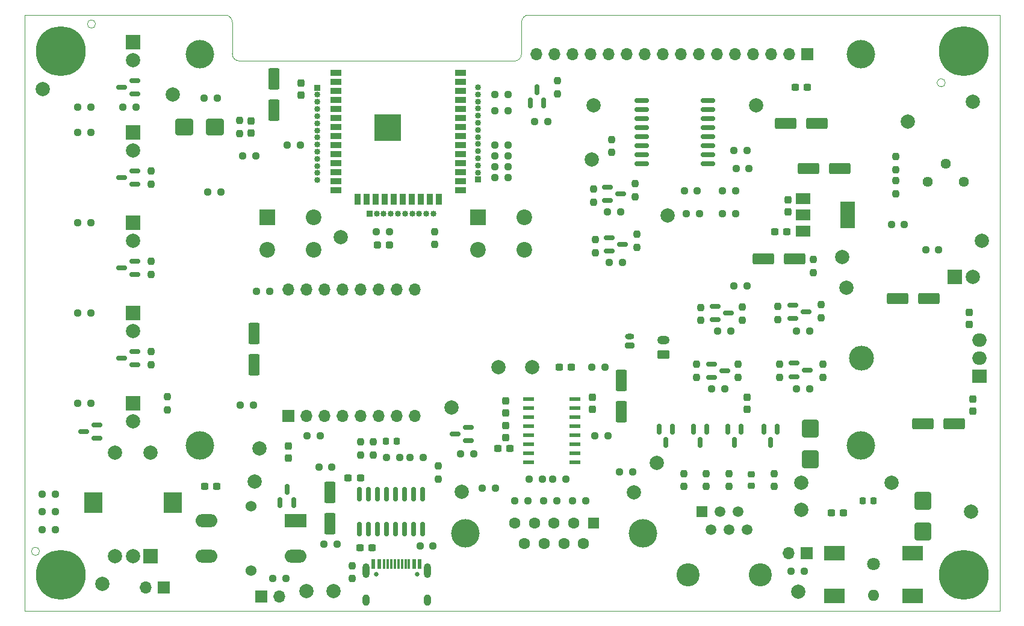
<source format=gbr>
%TF.GenerationSoftware,KiCad,Pcbnew,7.0.5*%
%TF.CreationDate,2025-09-10T14:00:20-04:00*%
%TF.ProjectId,PWA_REV2,5057415f-5245-4563-922e-6b696361645f,2.0*%
%TF.SameCoordinates,Original*%
%TF.FileFunction,Soldermask,Top*%
%TF.FilePolarity,Negative*%
%FSLAX46Y46*%
G04 Gerber Fmt 4.6, Leading zero omitted, Abs format (unit mm)*
G04 Created by KiCad (PCBNEW 7.0.5) date 2025-09-10 14:00:20*
%MOMM*%
%LPD*%
G01*
G04 APERTURE LIST*
G04 Aperture macros list*
%AMRoundRect*
0 Rectangle with rounded corners*
0 $1 Rounding radius*
0 $2 $3 $4 $5 $6 $7 $8 $9 X,Y pos of 4 corners*
0 Add a 4 corners polygon primitive as box body*
4,1,4,$2,$3,$4,$5,$6,$7,$8,$9,$2,$3,0*
0 Add four circle primitives for the rounded corners*
1,1,$1+$1,$2,$3*
1,1,$1+$1,$4,$5*
1,1,$1+$1,$6,$7*
1,1,$1+$1,$8,$9*
0 Add four rect primitives between the rounded corners*
20,1,$1+$1,$2,$3,$4,$5,0*
20,1,$1+$1,$4,$5,$6,$7,0*
20,1,$1+$1,$6,$7,$8,$9,0*
20,1,$1+$1,$8,$9,$2,$3,0*%
G04 Aperture macros list end*
%ADD10RoundRect,0.150000X0.150000X-0.587500X0.150000X0.587500X-0.150000X0.587500X-0.150000X-0.587500X0*%
%ADD11RoundRect,0.237500X0.237500X-0.250000X0.237500X0.250000X-0.237500X0.250000X-0.237500X-0.250000X0*%
%ADD12RoundRect,0.237500X0.250000X0.237500X-0.250000X0.237500X-0.250000X-0.237500X0.250000X-0.237500X0*%
%ADD13RoundRect,0.237500X-0.250000X-0.237500X0.250000X-0.237500X0.250000X0.237500X-0.250000X0.237500X0*%
%ADD14RoundRect,0.237500X-0.237500X0.250000X-0.237500X-0.250000X0.237500X-0.250000X0.237500X0.250000X0*%
%ADD15RoundRect,0.237500X-0.300000X-0.237500X0.300000X-0.237500X0.300000X0.237500X-0.300000X0.237500X0*%
%ADD16RoundRect,0.150000X0.875000X0.150000X-0.875000X0.150000X-0.875000X-0.150000X0.875000X-0.150000X0*%
%ADD17RoundRect,0.250000X-1.250000X-0.550000X1.250000X-0.550000X1.250000X0.550000X-1.250000X0.550000X0*%
%ADD18RoundRect,0.237500X0.300000X0.237500X-0.300000X0.237500X-0.300000X-0.237500X0.300000X-0.237500X0*%
%ADD19RoundRect,0.150000X0.150000X-0.825000X0.150000X0.825000X-0.150000X0.825000X-0.150000X-0.825000X0*%
%ADD20RoundRect,0.218750X0.218750X0.256250X-0.218750X0.256250X-0.218750X-0.256250X0.218750X-0.256250X0*%
%ADD21R,2.200000X2.200000*%
%ADD22C,2.200000*%
%ADD23C,0.800000*%
%ADD24C,7.000000*%
%ADD25RoundRect,0.150000X0.587500X0.150000X-0.587500X0.150000X-0.587500X-0.150000X0.587500X-0.150000X0*%
%ADD26RoundRect,0.250000X-0.550000X1.250000X-0.550000X-1.250000X0.550000X-1.250000X0.550000X1.250000X0*%
%ADD27C,0.650000*%
%ADD28R,0.600000X1.450000*%
%ADD29R,0.300000X1.450000*%
%ADD30O,1.000000X2.100000*%
%ADD31O,1.000000X1.600000*%
%ADD32RoundRect,0.250000X1.000000X0.900000X-1.000000X0.900000X-1.000000X-0.900000X1.000000X-0.900000X0*%
%ADD33RoundRect,0.250000X-0.900000X1.000000X-0.900000X-1.000000X0.900000X-1.000000X0.900000X1.000000X0*%
%ADD34RoundRect,0.200000X0.450000X-0.200000X0.450000X0.200000X-0.450000X0.200000X-0.450000X-0.200000X0*%
%ADD35O,1.300000X0.800000*%
%ADD36RoundRect,0.250000X1.250000X0.550000X-1.250000X0.550000X-1.250000X-0.550000X1.250000X-0.550000X0*%
%ADD37RoundRect,0.237500X-0.237500X0.300000X-0.237500X-0.300000X0.237500X-0.300000X0.237500X0.300000X0*%
%ADD38R,1.700000X1.700000*%
%ADD39O,1.700000X1.700000*%
%ADD40O,1.600000X1.600000*%
%ADD41C,1.800000*%
%ADD42R,3.000000X2.000000*%
%ADD43R,2.999999X2.000000*%
%ADD44RoundRect,0.237500X0.237500X-0.300000X0.237500X0.300000X-0.237500X0.300000X-0.237500X-0.300000X0*%
%ADD45C,3.250000*%
%ADD46R,1.520000X1.520000*%
%ADD47C,1.520000*%
%ADD48RoundRect,0.218750X0.256250X-0.218750X0.256250X0.218750X-0.256250X0.218750X-0.256250X-0.218750X0*%
%ADD49RoundRect,0.250000X0.625000X-0.350000X0.625000X0.350000X-0.625000X0.350000X-0.625000X-0.350000X0*%
%ADD50O,1.750000X1.200000*%
%ADD51RoundRect,0.150000X-0.587500X-0.150000X0.587500X-0.150000X0.587500X0.150000X-0.587500X0.150000X0*%
%ADD52C,2.000000*%
%ADD53C,4.000000*%
%ADD54R,1.600000X1.600000*%
%ADD55C,1.600000*%
%ADD56RoundRect,0.250000X0.550000X-1.250000X0.550000X1.250000X-0.550000X1.250000X-0.550000X-1.250000X0*%
%ADD57R,2.000000X1.500000*%
%ADD58R,2.000000X3.800000*%
%ADD59R,0.850000X0.850000*%
%ADD60O,0.850000X0.850000*%
%ADD61O,3.500000X3.500000*%
%ADD62R,2.000000X1.905000*%
%ADD63O,2.000000X1.905000*%
%ADD64RoundRect,0.150000X-0.150000X0.587500X-0.150000X-0.587500X0.150000X-0.587500X0.150000X0.587500X0*%
%ADD65R,1.500000X0.900000*%
%ADD66R,0.900000X1.500000*%
%ADD67C,0.600000*%
%ADD68R,3.800000X3.800000*%
%ADD69RoundRect,0.237500X-0.287500X-0.237500X0.287500X-0.237500X0.287500X0.237500X-0.287500X0.237500X0*%
%ADD70RoundRect,0.137500X-0.662500X-0.137500X0.662500X-0.137500X0.662500X0.137500X-0.662500X0.137500X0*%
%ADD71R,2.000000X2.000000*%
%ADD72C,1.440000*%
%ADD73C,1.524000*%
%ADD74R,3.048000X1.850000*%
%ADD75O,3.048000X1.850000*%
%ADD76R,1.524000X1.524000*%
%ADD77R,2.500000X3.000000*%
%TA.AperFunction,Profile*%
%ADD78C,0.050000*%
%TD*%
%TA.AperFunction,Profile*%
%ADD79C,0.120000*%
%TD*%
G04 APERTURE END LIST*
D10*
%TO.C,Q301*%
X127000000Y-30147500D03*
X128900000Y-30147500D03*
X127950000Y-28272500D03*
%TD*%
D11*
%TO.C,R201*%
X75946000Y-73302500D03*
X75946000Y-71477500D03*
%TD*%
D12*
%TO.C,R202*%
X65174500Y-72390000D03*
X63349500Y-72390000D03*
%TD*%
D11*
%TO.C,R203*%
X73660000Y-66952500D03*
X73660000Y-65127500D03*
%TD*%
D12*
%TO.C,R204*%
X65174500Y-59690000D03*
X63349500Y-59690000D03*
%TD*%
%TO.C,R206*%
X65174500Y-46990000D03*
X63349500Y-46990000D03*
%TD*%
D11*
%TO.C,R207*%
X73660000Y-41552500D03*
X73660000Y-39727500D03*
%TD*%
D12*
%TO.C,R208*%
X65174500Y-34290000D03*
X63349500Y-34290000D03*
%TD*%
%TO.C,R210*%
X65174500Y-30734000D03*
X63349500Y-30734000D03*
%TD*%
%TO.C,R303*%
X150772500Y-45720000D03*
X148947500Y-45720000D03*
%TD*%
D11*
%TO.C,R311*%
X130810000Y-28852500D03*
X130810000Y-27027500D03*
%TD*%
D13*
%TO.C,R310*%
X177776500Y-47244000D03*
X179601500Y-47244000D03*
%TD*%
D12*
%TO.C,R309*%
X150495000Y-42545000D03*
X148670000Y-42545000D03*
%TD*%
D13*
%TO.C,R302*%
X154027500Y-45720000D03*
X155852500Y-45720000D03*
%TD*%
%TO.C,R307*%
X154027500Y-42545000D03*
X155852500Y-42545000D03*
%TD*%
D14*
%TO.C,R304*%
X138430000Y-35282500D03*
X138430000Y-37107500D03*
%TD*%
D15*
%TO.C,C301*%
X164237500Y-27940000D03*
X165962500Y-27940000D03*
%TD*%
D16*
%TO.C,U301*%
X151970000Y-38735000D03*
X151970000Y-37465000D03*
X151970000Y-36195000D03*
X151970000Y-34925000D03*
X151970000Y-33655000D03*
X151970000Y-32385000D03*
X151970000Y-31115000D03*
X151970000Y-29845000D03*
X142670000Y-29845000D03*
X142670000Y-31115000D03*
X142670000Y-32385000D03*
X142670000Y-33655000D03*
X142670000Y-34925000D03*
X142670000Y-36195000D03*
X142670000Y-37465000D03*
X142670000Y-38735000D03*
%TD*%
D13*
%TO.C,R301*%
X155932500Y-39370000D03*
X157757500Y-39370000D03*
%TD*%
%TO.C,R305*%
X155655000Y-36830000D03*
X157480000Y-36830000D03*
%TD*%
D17*
%TO.C,C302*%
X162900000Y-33020000D03*
X167300000Y-33020000D03*
%TD*%
D13*
%TO.C,R504*%
X110085500Y-80010000D03*
X111910500Y-80010000D03*
%TD*%
D14*
%TO.C,R502*%
X114046000Y-81233000D03*
X114046000Y-83058000D03*
%TD*%
D13*
%TO.C,R501*%
X106783500Y-80010000D03*
X108608500Y-80010000D03*
%TD*%
D18*
%TO.C,C501*%
X103097500Y-82931000D03*
X101372500Y-82931000D03*
%TD*%
%TO.C,C503*%
X104748500Y-92710000D03*
X103023500Y-92710000D03*
%TD*%
D19*
%TO.C,U501*%
X102985500Y-90105000D03*
X104255500Y-90105000D03*
X105525500Y-90105000D03*
X106795500Y-90105000D03*
X108065500Y-90105000D03*
X109335500Y-90105000D03*
X110605500Y-90105000D03*
X111875500Y-90105000D03*
X111875500Y-85155000D03*
X110605500Y-85155000D03*
X109335500Y-85155000D03*
X108065500Y-85155000D03*
X106795500Y-85155000D03*
X105525500Y-85155000D03*
X104255500Y-85155000D03*
X102985500Y-85155000D03*
%TD*%
D20*
%TO.C,D501*%
X108229500Y-77724000D03*
X106654500Y-77724000D03*
%TD*%
D13*
%TO.C,R101*%
X81129500Y-29464000D03*
X82954500Y-29464000D03*
%TD*%
D11*
%TO.C,R102*%
X86106000Y-34440500D03*
X86106000Y-32615500D03*
%TD*%
D21*
%TO.C,S101*%
X90020000Y-46264000D03*
D22*
X96520000Y-46264000D03*
X90020000Y-50764000D03*
X96520000Y-50764000D03*
%TD*%
D12*
%TO.C,R603*%
X88392000Y-37592000D03*
X86567000Y-37592000D03*
%TD*%
D23*
%TO.C,H101*%
X58335000Y-22860000D03*
X59103845Y-21003845D03*
X59103845Y-24716155D03*
X60960000Y-20235000D03*
D24*
X60960000Y-22860000D03*
D23*
X60960000Y-25485000D03*
X62816155Y-21003845D03*
X62816155Y-24716155D03*
X63585000Y-22860000D03*
%TD*%
%TO.C,H102*%
X185335000Y-22860000D03*
X186103845Y-21003845D03*
X186103845Y-24716155D03*
X187960000Y-20235000D03*
D24*
X187960000Y-22860000D03*
D23*
X187960000Y-25485000D03*
X189816155Y-21003845D03*
X189816155Y-24716155D03*
X190585000Y-22860000D03*
%TD*%
%TO.C,H104*%
X185335000Y-96520000D03*
X186103845Y-94663845D03*
X186103845Y-98376155D03*
X187960000Y-93895000D03*
D24*
X187960000Y-96520000D03*
D23*
X187960000Y-99145000D03*
X189816155Y-94663845D03*
X189816155Y-98376155D03*
X190585000Y-96520000D03*
%TD*%
D25*
%TO.C,Q201*%
X66040000Y-77338000D03*
X66040000Y-75438000D03*
X64165000Y-76388000D03*
%TD*%
%TO.C,Q202*%
X71422500Y-66990000D03*
X71422500Y-65090000D03*
X69547500Y-66040000D03*
%TD*%
%TO.C,Q203*%
X71422500Y-54290000D03*
X71422500Y-52390000D03*
X69547500Y-53340000D03*
%TD*%
%TO.C,Q204*%
X71422500Y-41590000D03*
X71422500Y-39690000D03*
X69547500Y-40640000D03*
%TD*%
%TO.C,Q205*%
X71422500Y-28890000D03*
X71422500Y-26990000D03*
X69547500Y-27940000D03*
%TD*%
D13*
%TO.C,R209*%
X69699500Y-30734000D03*
X71524500Y-30734000D03*
%TD*%
D26*
%TO.C,C502*%
X98806000Y-84922000D03*
X98806000Y-89322000D03*
%TD*%
D27*
%TO.C,J501*%
X105314000Y-96460000D03*
X111094000Y-96460000D03*
D28*
X104954000Y-95015000D03*
X105754000Y-95015000D03*
D29*
X106954000Y-95015000D03*
X107954000Y-95015000D03*
X108454000Y-95015000D03*
X109454000Y-95015000D03*
D28*
X110654000Y-95015000D03*
X111454000Y-95015000D03*
X111454000Y-95015000D03*
X110654000Y-95015000D03*
D29*
X109954000Y-95015000D03*
X108954000Y-95015000D03*
X107454000Y-95015000D03*
X106454000Y-95015000D03*
D28*
X105754000Y-95015000D03*
X104954000Y-95015000D03*
D30*
X103884000Y-95930000D03*
D31*
X103884000Y-100110000D03*
D30*
X112524000Y-95930000D03*
D31*
X112524000Y-100110000D03*
%TD*%
D18*
%TO.C,C602*%
X82904500Y-84074000D03*
X81179500Y-84074000D03*
%TD*%
D32*
%TO.C,D103*%
X82668000Y-33528000D03*
X78368000Y-33528000D03*
%TD*%
D33*
%TO.C,D104*%
X166370000Y-75955000D03*
X166370000Y-80255000D03*
%TD*%
D34*
%TO.C,J601*%
X140970000Y-64262000D03*
D35*
X140970000Y-63012000D03*
%TD*%
D13*
%TO.C,R107*%
X163679500Y-96012000D03*
X165504500Y-96012000D03*
%TD*%
D14*
%TO.C,R306*%
X178425000Y-41082500D03*
X178425000Y-42907500D03*
%TD*%
%TO.C,R308*%
X178435000Y-37695500D03*
X178435000Y-39520500D03*
%TD*%
D36*
%TO.C,C109*%
X183048000Y-57658000D03*
X178648000Y-57658000D03*
%TD*%
D37*
%TO.C,C108*%
X188722000Y-59589500D03*
X188722000Y-61314500D03*
%TD*%
D33*
%TO.C,D101*%
X182245000Y-86115000D03*
X182245000Y-90415000D03*
%TD*%
D36*
%TO.C,C102*%
X186604000Y-75237500D03*
X182204000Y-75237500D03*
%TD*%
D15*
%TO.C,C101*%
X169317500Y-87807800D03*
X171042500Y-87807800D03*
%TD*%
D38*
%TO.C,J102*%
X89149000Y-99568000D03*
D39*
X91689000Y-99568000D03*
%TD*%
D23*
%TO.C,H103*%
X58335000Y-96520000D03*
X59103845Y-94663845D03*
X59103845Y-98376155D03*
X60960000Y-93895000D03*
D24*
X60960000Y-96520000D03*
D23*
X60960000Y-99145000D03*
X62816155Y-94663845D03*
X62816155Y-98376155D03*
X63585000Y-96520000D03*
%TD*%
D40*
%TO.C,J101*%
X175260000Y-99420000D03*
D41*
X175260000Y-95020000D03*
D42*
X169760000Y-93520000D03*
X180760000Y-93520000D03*
X180760000Y-99520000D03*
D43*
X169760000Y-99520000D03*
%TD*%
D44*
%TO.C,C105*%
X189230000Y-73506500D03*
X189230000Y-71781500D03*
%TD*%
D12*
%TO.C,R106*%
X92606500Y-97028000D03*
X90781500Y-97028000D03*
%TD*%
D20*
%TO.C,F101*%
X175285500Y-86106000D03*
X173710500Y-86106000D03*
%TD*%
D45*
%TO.C,J401*%
X149220000Y-96520000D03*
X159380000Y-96520000D03*
D46*
X151130000Y-87630000D03*
D47*
X152400000Y-90170000D03*
X153670000Y-87630000D03*
X154940000Y-90170000D03*
X156210000Y-87630000D03*
X157480000Y-90170000D03*
%TD*%
D14*
%TO.C,R402*%
X154940000Y-82272500D03*
X154940000Y-84097500D03*
%TD*%
%TO.C,R404*%
X151765000Y-82272500D03*
X151765000Y-84097500D03*
%TD*%
%TO.C,R401*%
X161290000Y-82272500D03*
X161290000Y-84097500D03*
%TD*%
%TO.C,R403*%
X148590000Y-82272500D03*
X148590000Y-84097500D03*
%TD*%
D48*
%TO.C,F401*%
X158115000Y-83972500D03*
X158115000Y-82397500D03*
%TD*%
D11*
%TO.C,R205*%
X73660000Y-54252500D03*
X73660000Y-52427500D03*
%TD*%
D12*
%TO.C,R110*%
X184427500Y-50800000D03*
X182602500Y-50800000D03*
%TD*%
D13*
%TO.C,R710*%
X126849500Y-83058000D03*
X128674500Y-83058000D03*
%TD*%
D38*
%TO.C,J603*%
X92979000Y-74209710D03*
D39*
X95519000Y-74209710D03*
X98059000Y-74209710D03*
X100599000Y-74209710D03*
X103139000Y-74209710D03*
X105679000Y-74209710D03*
X108219000Y-74209710D03*
X110759000Y-74209710D03*
X110759000Y-56429710D03*
X108219000Y-56429710D03*
X105679000Y-56429710D03*
X103139000Y-56429710D03*
X100599000Y-56429710D03*
X98059000Y-56429710D03*
X95519000Y-56429710D03*
X92979000Y-56429710D03*
%TD*%
D11*
%TO.C,R318*%
X161811000Y-60602500D03*
X161811000Y-58777500D03*
%TD*%
%TO.C,R212*%
X101955500Y-97062000D03*
X101955500Y-95237000D03*
%TD*%
D18*
%TO.C,C703*%
X132795000Y-67310000D03*
X131070000Y-67310000D03*
%TD*%
D37*
%TO.C,C702*%
X123547500Y-75491000D03*
X123547500Y-77216000D03*
%TD*%
D49*
%TO.C,J604*%
X145754000Y-65516000D03*
D50*
X145754000Y-63516000D03*
%TD*%
D14*
%TO.C,R1002*%
X166792000Y-52173500D03*
X166792000Y-53998500D03*
%TD*%
D51*
%TO.C,Q401*%
X137825000Y-41976000D03*
X137825000Y-43876000D03*
X139700000Y-42926000D03*
%TD*%
D52*
%TO.C,TP102*%
X177800000Y-83566000D03*
%TD*%
%TO.C,TP105*%
X188976000Y-87630000D03*
%TD*%
%TO.C,TP101*%
X189230000Y-29972000D03*
%TD*%
D13*
%TO.C,R707*%
X124817500Y-86106000D03*
X126642500Y-86106000D03*
%TD*%
D12*
%TO.C,R114*%
X123848500Y-36068000D03*
X122023500Y-36068000D03*
%TD*%
D53*
%TO.C,J701*%
X117850000Y-90701000D03*
X142850000Y-90701000D03*
D54*
X135890000Y-89281000D03*
D55*
X133120000Y-89281000D03*
X130350000Y-89281000D03*
X127580000Y-89281000D03*
X124810000Y-89281000D03*
X134505000Y-92121000D03*
X131735000Y-92121000D03*
X128965000Y-92121000D03*
X126195000Y-92121000D03*
%TD*%
D44*
%TO.C,C1100*%
X87757000Y-34390500D03*
X87757000Y-32665500D03*
%TD*%
D13*
%TO.C,R1008*%
X81637500Y-42672000D03*
X83462500Y-42672000D03*
%TD*%
D12*
%TO.C,R314*%
X154341500Y-70358000D03*
X152516500Y-70358000D03*
%TD*%
D11*
%TO.C,R409*%
X141986000Y-50442500D03*
X141986000Y-48617500D03*
%TD*%
D14*
%TO.C,R702*%
X113538000Y-48260000D03*
X113538000Y-50085000D03*
%TD*%
D17*
%TO.C,C118*%
X166116000Y-39370000D03*
X170516000Y-39370000D03*
%TD*%
D52*
%TO.C,TP204*%
X117348000Y-84836000D03*
%TD*%
%TO.C,TP303*%
X141605000Y-84963000D03*
%TD*%
D12*
%TO.C,R408*%
X139929000Y-52578000D03*
X138104000Y-52578000D03*
%TD*%
%TO.C,R704*%
X141374500Y-82042000D03*
X139549500Y-82042000D03*
%TD*%
D13*
%TO.C,R711*%
X135692500Y-67310000D03*
X137517500Y-67310000D03*
%TD*%
D52*
%TO.C,TP104*%
X58420000Y-28194000D03*
%TD*%
%TO.C,TP402*%
X135890000Y-30480000D03*
%TD*%
D13*
%TO.C,R709*%
X130151500Y-83058000D03*
X131976500Y-83058000D03*
%TD*%
D12*
%TO.C,R705*%
X134770500Y-86106000D03*
X132945500Y-86106000D03*
%TD*%
D52*
%TO.C,TP301*%
X165100000Y-83566000D03*
%TD*%
D12*
%TO.C,R708*%
X122070500Y-84328000D03*
X120245500Y-84328000D03*
%TD*%
D44*
%TO.C,C117*%
X163236000Y-45466000D03*
X163236000Y-43741000D03*
%TD*%
D56*
%TO.C,C505*%
X88138000Y-66970000D03*
X88138000Y-62570000D03*
%TD*%
D57*
%TO.C,U103*%
X165369200Y-43572400D03*
X165369200Y-45872400D03*
D58*
X171669200Y-45872400D03*
D57*
X165369200Y-48172400D03*
%TD*%
D12*
%TO.C,R509*%
X123848500Y-40640000D03*
X122023500Y-40640000D03*
%TD*%
D51*
%TO.C,Q402*%
X138079000Y-49088000D03*
X138079000Y-50988000D03*
X139954000Y-50038000D03*
%TD*%
D59*
%TO.C,J106*%
X119634000Y-40940000D03*
D60*
X119634000Y-39940000D03*
X119634000Y-38940000D03*
X119634000Y-37940000D03*
X119634000Y-36940000D03*
X119634000Y-35940000D03*
X119634000Y-34940000D03*
X119634000Y-33940000D03*
X119634000Y-32940000D03*
X119634000Y-31940000D03*
X119634000Y-30940000D03*
X119634000Y-29940000D03*
X119634000Y-28940000D03*
X119634000Y-27940000D03*
%TD*%
D11*
%TO.C,R324*%
X162065000Y-68730500D03*
X162065000Y-66905500D03*
%TD*%
D12*
%TO.C,R112*%
X107188000Y-48260000D03*
X105363000Y-48260000D03*
%TD*%
D13*
%TO.C,R503*%
X122023500Y-31242000D03*
X123848500Y-31242000D03*
%TD*%
D12*
%TO.C,R317*%
X166279500Y-62230000D03*
X164454500Y-62230000D03*
%TD*%
D26*
%TO.C,C705*%
X139803500Y-69174000D03*
X139803500Y-73574000D03*
%TD*%
D12*
%TO.C,R320*%
X155181500Y-62196000D03*
X153356500Y-62196000D03*
%TD*%
D52*
%TO.C,TP306*%
X171450000Y-56134000D03*
%TD*%
D14*
%TO.C,R217*%
X103124000Y-77827500D03*
X103124000Y-79652500D03*
%TD*%
D61*
%TO.C,U101*%
X173545000Y-66040000D03*
D62*
X190205000Y-68580000D03*
D63*
X190205000Y-66040000D03*
X190205000Y-63500000D03*
%TD*%
D12*
%TO.C,R1005*%
X60198000Y-90170000D03*
X58373000Y-90170000D03*
%TD*%
D38*
%TO.C,J602*%
X75438000Y-98278000D03*
D39*
X72898000Y-98278000D03*
%TD*%
D37*
%TO.C,C303*%
X157480000Y-71527500D03*
X157480000Y-73252500D03*
%TD*%
D12*
%TO.C,R407*%
X139675000Y-45466000D03*
X137850000Y-45466000D03*
%TD*%
D18*
%TO.C,C116*%
X163082500Y-48260000D03*
X161357500Y-48260000D03*
%TD*%
D11*
%TO.C,R406*%
X135890000Y-44092500D03*
X135890000Y-42267500D03*
%TD*%
D13*
%TO.C,R1009*%
X155655000Y-55880000D03*
X157480000Y-55880000D03*
%TD*%
D59*
%TO.C,J104*%
X97028000Y-28004000D03*
D60*
X97028000Y-29004000D03*
X97028000Y-30004000D03*
X97028000Y-31004000D03*
X97028000Y-32004000D03*
X97028000Y-33004000D03*
X97028000Y-34004000D03*
X97028000Y-35004000D03*
X97028000Y-36004000D03*
X97028000Y-37004000D03*
X97028000Y-38004000D03*
X97028000Y-39004000D03*
X97028000Y-40004000D03*
X97028000Y-41004000D03*
%TD*%
D38*
%TO.C,J103*%
X165867000Y-93472000D03*
D39*
X163327000Y-93472000D03*
%TD*%
D52*
%TO.C,TP405*%
X180086000Y-32766000D03*
%TD*%
D64*
%TO.C,D301*%
X151826000Y-76024500D03*
X149926000Y-76024500D03*
X150876000Y-77899500D03*
%TD*%
D52*
%TO.C,+5esp32*%
X170856000Y-51816000D03*
%TD*%
%TO.C,TP202*%
X99314000Y-98806000D03*
%TD*%
D64*
%TO.C,D303*%
X147000000Y-76024500D03*
X145100000Y-76024500D03*
X146050000Y-77899500D03*
%TD*%
D59*
%TO.C,J107*%
X104394000Y-45768000D03*
D60*
X105394000Y-45768000D03*
X106394000Y-45768000D03*
X107394000Y-45768000D03*
X108394000Y-45768000D03*
X109394000Y-45768000D03*
X110394000Y-45768000D03*
X111394000Y-45768000D03*
X112394000Y-45768000D03*
X113394000Y-45768000D03*
%TD*%
D52*
%TO.C,TP100*%
X100330000Y-49022000D03*
%TD*%
D51*
%TO.C,Q303*%
X163930000Y-58562000D03*
X163930000Y-60462000D03*
X165805000Y-59512000D03*
%TD*%
%TO.C,Q302*%
X152485000Y-66872000D03*
X152485000Y-68772000D03*
X154360000Y-67822000D03*
%TD*%
D12*
%TO.C,R116*%
X123848500Y-39116000D03*
X122023500Y-39116000D03*
%TD*%
D52*
%TO.C,TP109*%
X76708000Y-28956000D03*
%TD*%
D56*
%TO.C,C106*%
X90932000Y-31156000D03*
X90932000Y-26756000D03*
%TD*%
D52*
%TO.C,TP302*%
X165100000Y-87376000D03*
%TD*%
D12*
%TO.C,R213*%
X99822000Y-92202000D03*
X97997000Y-92202000D03*
%TD*%
%TO.C,R701*%
X137922000Y-76962000D03*
X136097000Y-76962000D03*
%TD*%
D37*
%TO.C,C706*%
X135739500Y-71527500D03*
X135739500Y-73252500D03*
%TD*%
D52*
%TO.C,TP108*%
X122555000Y-67310000D03*
%TD*%
%TO.C,TP201*%
X95504000Y-98806000D03*
%TD*%
D36*
%TO.C,C115*%
X164166000Y-52070000D03*
X159766000Y-52070000D03*
%TD*%
D14*
%TO.C,R316*%
X167907000Y-58523500D03*
X167907000Y-60348500D03*
%TD*%
D13*
%TO.C,R706*%
X128881500Y-86106000D03*
X130706500Y-86106000D03*
%TD*%
D12*
%TO.C,R211*%
X113331000Y-92456000D03*
X111506000Y-92456000D03*
%TD*%
D13*
%TO.C,R510*%
X95607500Y-76962000D03*
X97432500Y-76962000D03*
%TD*%
D12*
%TO.C,R1004*%
X60198000Y-87660000D03*
X58373000Y-87660000D03*
%TD*%
D14*
%TO.C,R313*%
X156223000Y-66905500D03*
X156223000Y-68730500D03*
%TD*%
D51*
%TO.C,Q305*%
X164065500Y-66750000D03*
X164065500Y-68650000D03*
X165940500Y-67700000D03*
%TD*%
D64*
%TO.C,D302*%
X161732000Y-76024500D03*
X159832000Y-76024500D03*
X160782000Y-77899500D03*
%TD*%
D14*
%TO.C,R321*%
X168161000Y-66905500D03*
X168161000Y-68730500D03*
%TD*%
D12*
%TO.C,R1003*%
X60198000Y-85150000D03*
X58373000Y-85150000D03*
%TD*%
D52*
%TO.C,TP403*%
X135636000Y-38100000D03*
%TD*%
D12*
%TO.C,R323*%
X166279500Y-70358000D03*
X164454500Y-70358000D03*
%TD*%
D52*
%TO.C,TP203*%
X115951000Y-73025000D03*
%TD*%
%TO.C,TP103*%
X190500000Y-49530000D03*
%TD*%
D44*
%TO.C,C103*%
X94742000Y-29056500D03*
X94742000Y-27331500D03*
%TD*%
D11*
%TO.C,R405*%
X136144000Y-51204500D03*
X136144000Y-49379500D03*
%TD*%
D52*
%TO.C,TP205*%
X88265000Y-83439000D03*
%TD*%
D10*
%TO.C,Q206*%
X91826000Y-86360000D03*
X93726000Y-86360000D03*
X92776000Y-84485000D03*
%TD*%
D13*
%TO.C,R312*%
X127611500Y-32766000D03*
X129436500Y-32766000D03*
%TD*%
D11*
%TO.C,R315*%
X150381000Y-68730500D03*
X150381000Y-66905500D03*
%TD*%
D18*
%TO.C,C704*%
X124156000Y-78740000D03*
X122431000Y-78740000D03*
%TD*%
D65*
%TO.C,U102*%
X99708000Y-25919000D03*
X99708000Y-27189000D03*
X99708000Y-28459000D03*
X99708000Y-29729000D03*
X99708000Y-30999000D03*
X99708000Y-32269000D03*
X99708000Y-33539000D03*
X99708000Y-34809000D03*
X99708000Y-36079000D03*
X99708000Y-37349000D03*
X99708000Y-38619000D03*
X99708000Y-39889000D03*
X99708000Y-41159000D03*
X99708000Y-42429000D03*
D66*
X102748000Y-43679000D03*
X104018000Y-43679000D03*
X105288000Y-43679000D03*
X106558000Y-43679000D03*
X107828000Y-43679000D03*
X109098000Y-43679000D03*
X110368000Y-43679000D03*
X111638000Y-43679000D03*
X112908000Y-43679000D03*
X114178000Y-43679000D03*
D65*
X117208000Y-42429000D03*
X117208000Y-41159000D03*
X117208000Y-39889000D03*
X117208000Y-38619000D03*
X117208000Y-37349000D03*
X117208000Y-36079000D03*
X117208000Y-34809000D03*
X117208000Y-33539000D03*
X117208000Y-32269000D03*
X117208000Y-30999000D03*
X117208000Y-29729000D03*
X117208000Y-28459000D03*
X117208000Y-27189000D03*
X117208000Y-25919000D03*
D67*
X105558000Y-32939000D03*
X105558000Y-34339000D03*
X106258000Y-32239000D03*
X106258000Y-33639000D03*
X106258000Y-35039000D03*
X106933000Y-32939000D03*
X106933000Y-34339000D03*
D68*
X106958000Y-33639000D03*
D67*
X107658000Y-32239000D03*
X107658000Y-33639000D03*
X107658000Y-35039000D03*
X108358000Y-32939000D03*
X108358000Y-34339000D03*
%TD*%
D12*
%TO.C,R113*%
X123848500Y-28956000D03*
X122023500Y-28956000D03*
%TD*%
%TO.C,R216*%
X99083500Y-81407000D03*
X97258500Y-81407000D03*
%TD*%
D11*
%TO.C,R322*%
X150967000Y-60719000D03*
X150967000Y-58894000D03*
%TD*%
D52*
%TO.C,TP106*%
X66802000Y-97790000D03*
%TD*%
D37*
%TO.C,C504*%
X92964000Y-78385500D03*
X92964000Y-80110500D03*
%TD*%
D25*
%TO.C,Q207*%
X118285500Y-77658000D03*
X118285500Y-75758000D03*
X116410500Y-76708000D03*
%TD*%
D52*
%TO.C,TP404*%
X146304000Y-45974000D03*
%TD*%
D11*
%TO.C,R214*%
X104902000Y-79652500D03*
X104902000Y-77827500D03*
%TD*%
D12*
%TO.C,R511*%
X90320500Y-56642000D03*
X88495500Y-56642000D03*
%TD*%
D52*
%TO.C,TP206*%
X127254000Y-67310000D03*
%TD*%
D12*
%TO.C,R703*%
X94638500Y-36068000D03*
X92813500Y-36068000D03*
%TD*%
D37*
%TO.C,C701*%
X123547500Y-72035500D03*
X123547500Y-73760500D03*
%TD*%
D13*
%TO.C,R215*%
X117197500Y-79502000D03*
X119022500Y-79502000D03*
%TD*%
D64*
%TO.C,D304*%
X156652000Y-76024500D03*
X154752000Y-76024500D03*
X155702000Y-77899500D03*
%TD*%
D14*
%TO.C,R319*%
X156809000Y-58847000D03*
X156809000Y-60672000D03*
%TD*%
D12*
%TO.C,R512*%
X88034500Y-72644000D03*
X86209500Y-72644000D03*
%TD*%
D52*
%TO.C,TP401*%
X158750000Y-30480000D03*
%TD*%
%TO.C,TP501*%
X88900000Y-78740000D03*
%TD*%
%TO.C,TP305*%
X144780000Y-80772000D03*
%TD*%
%TO.C,TP304*%
X164719000Y-98933000D03*
%TD*%
D69*
%TO.C,D106*%
X105490700Y-50088800D03*
X107240700Y-50088800D03*
%TD*%
D14*
%TO.C,R410*%
X141732000Y-41505500D03*
X141732000Y-43330500D03*
%TD*%
D51*
%TO.C,Q304*%
X152999500Y-58740000D03*
X152999500Y-60640000D03*
X154874500Y-59690000D03*
%TD*%
D12*
%TO.C,R115*%
X123848500Y-37592000D03*
X122023500Y-37592000D03*
%TD*%
D70*
%TO.C,U701*%
X126779000Y-71801000D03*
X126779000Y-73071000D03*
X126779000Y-74341000D03*
X126779000Y-75611000D03*
X126779000Y-76881000D03*
X126779000Y-78151000D03*
X126779000Y-79421000D03*
X126779000Y-80691000D03*
X133279000Y-80691000D03*
X133279000Y-79421000D03*
X133279000Y-78151000D03*
X133279000Y-76881000D03*
X133279000Y-75611000D03*
X133279000Y-74341000D03*
X133279000Y-73071000D03*
X133279000Y-71801000D03*
%TD*%
D21*
%TO.C,S102*%
X119686000Y-46264000D03*
D22*
X126186000Y-46264000D03*
X119686000Y-50764000D03*
X126186000Y-50764000D03*
%TD*%
D71*
%TO.C,D202*%
X71120000Y-59690000D03*
D52*
X71120000Y-62230000D03*
%TD*%
D71*
%TO.C,D203*%
X71120000Y-46990000D03*
D52*
X71120000Y-49530000D03*
%TD*%
D71*
%TO.C,D201*%
X71120000Y-72390000D03*
D52*
X71120000Y-74930000D03*
%TD*%
D71*
%TO.C,D204*%
X71120000Y-34290000D03*
D52*
X71120000Y-36830000D03*
%TD*%
D71*
%TO.C,D205*%
X71120000Y-21590000D03*
D52*
X71120000Y-24130000D03*
%TD*%
D71*
%TO.C,D105*%
X186690000Y-54610000D03*
D52*
X189230000Y-54610000D03*
%TD*%
D72*
%TO.C,RV301*%
X182880000Y-41275000D03*
X185420000Y-38735000D03*
X187960000Y-41275000D03*
%TD*%
D38*
%TO.C,U303*%
X166000000Y-23300000D03*
D39*
X163460000Y-23300000D03*
X160920000Y-23300000D03*
X158380000Y-23300000D03*
X155840000Y-23300000D03*
X153300000Y-23300000D03*
X150760000Y-23300000D03*
X148220000Y-23300000D03*
X145680000Y-23300000D03*
X143140000Y-23300000D03*
X140600000Y-23300000D03*
X138060000Y-23300000D03*
X135520000Y-23300000D03*
X132980000Y-23300000D03*
X130440000Y-23300000D03*
X127900000Y-23300000D03*
%TD*%
D73*
%TO.C,S601*%
X87730000Y-95900000D03*
X87730000Y-86900000D03*
D74*
X93980000Y-88900000D03*
D75*
X81480000Y-88900000D03*
X93980000Y-93900000D03*
X81480000Y-93900000D03*
%TD*%
D76*
%TO.C,U302*%
X166000000Y-23300000D03*
D73*
X163460000Y-23300000D03*
X160920000Y-23300000D03*
X158380000Y-23300000D03*
X155840000Y-23300000D03*
X153300000Y-23300000D03*
X150760000Y-23300000D03*
X148220000Y-23300000D03*
X145680000Y-23300000D03*
X143140000Y-23300000D03*
X140600000Y-23300000D03*
X138060000Y-23300000D03*
X135520000Y-23300000D03*
X132980000Y-23300000D03*
X130440000Y-23300000D03*
X127900000Y-23300000D03*
D53*
X173500000Y-23300000D03*
X173500000Y-78300000D03*
X80500000Y-78300000D03*
X80500000Y-23300000D03*
%TD*%
D71*
%TO.C,SW101*%
X73620000Y-93864000D03*
D52*
X68620000Y-93864000D03*
X71120000Y-93864000D03*
D77*
X65520000Y-86364000D03*
X76720000Y-86364000D03*
D52*
X73620000Y-79364000D03*
X68620000Y-79364000D03*
%TD*%
D78*
X55880000Y-17780000D02*
X55880000Y-101600000D01*
X55880000Y-101600000D02*
X193040000Y-101600000D01*
X55880000Y-17780000D02*
X84074000Y-17780000D01*
X86106000Y-24257000D02*
X124764800Y-24257000D01*
X126796800Y-17780000D02*
X193040000Y-17780000D01*
X125780800Y-18796000D02*
X125780800Y-23241000D01*
X126796800Y-17780000D02*
G75*
G03*
X125780800Y-18796000I0J-1016000D01*
G01*
X193040000Y-101600000D02*
X193040000Y-17780000D01*
X85090000Y-23241000D02*
G75*
G03*
X86106000Y-24257000I1016000J0D01*
G01*
X124764800Y-24257000D02*
G75*
G03*
X125780800Y-23241000I0J1016000D01*
G01*
X85090000Y-18796000D02*
X85090000Y-23241000D01*
X85090000Y-18796000D02*
G75*
G03*
X84074000Y-17780000I-1016000J0D01*
G01*
D79*
%TO.C,T102*%
X57980000Y-93218000D02*
G75*
G03*
X57980000Y-93218000I-576000J0D01*
G01*
%TO.C,T103*%
X185361000Y-27305000D02*
G75*
G03*
X185361000Y-27305000I-576000J0D01*
G01*
%TO.C,T101*%
X65854000Y-19050000D02*
G75*
G03*
X65854000Y-19050000I-576000J0D01*
G01*
%TD*%
M02*

</source>
